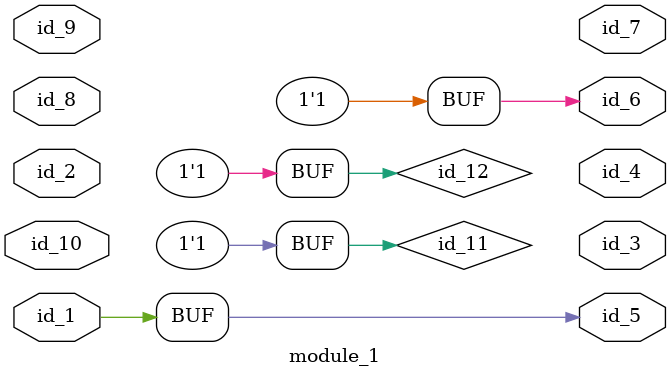
<source format=v>
module module_0 (
    id_1,
    id_2,
    id_3,
    id_4,
    id_5,
    id_6
);
  inout wire id_6;
  output wire id_5;
  input wire id_4;
  input wire id_3;
  input wire id_2;
  output wire id_1;
  assign module_1.id_6 = 0;
  assign id_5 = id_4;
endmodule
module module_1 (
    id_1,
    id_2,
    id_3,
    id_4,
    id_5,
    id_6,
    id_7,
    id_8,
    id_9,
    id_10
);
  inout wire id_10;
  input wire id_9;
  input wire id_8;
  output wire id_7;
  output wire id_6;
  output wire id_5;
  output wire id_4;
  output wire id_3;
  input wire id_2;
  input wire id_1;
  assign id_5 = id_1;
  supply1 id_11, id_12;
  wire id_13;
  module_0 modCall_1 (
      id_12,
      id_12,
      id_8,
      id_13,
      id_12,
      id_13
  );
  assign id_6 = -1;
  wire id_14;
  parameter id_15 = 1;
  wire id_16;
  always begin : LABEL_0
    id_11 = -1;
    $display;
    $display(1);
  end
endmodule

</source>
